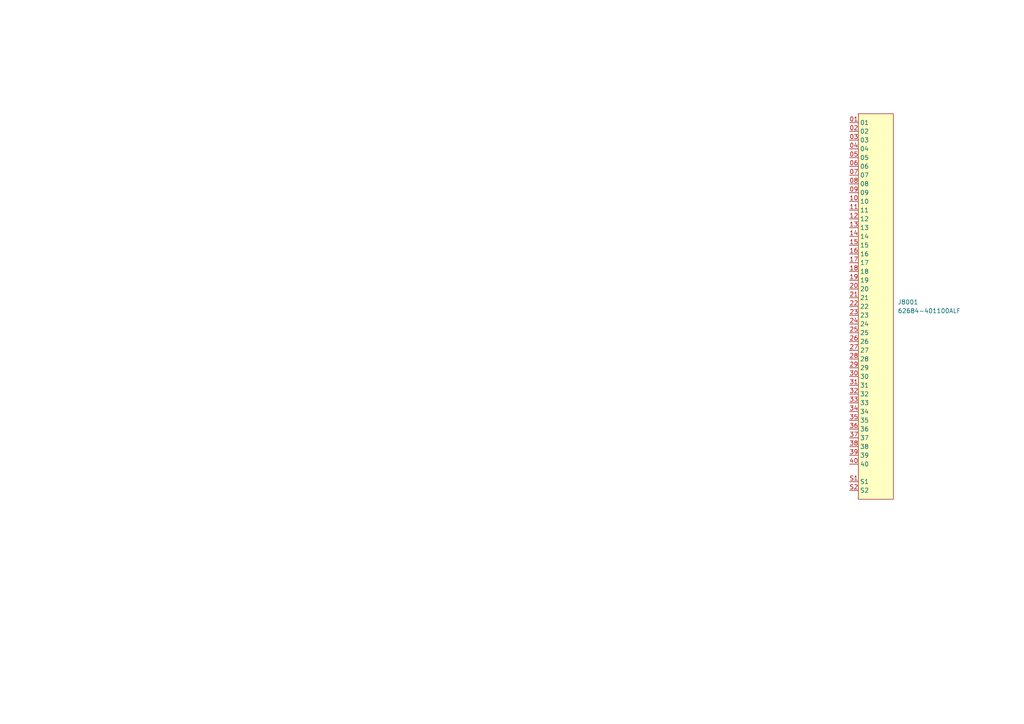
<source format=kicad_sch>
(kicad_sch (version 20231120) (generator "eeschema") (generator_version "8.0")
  (paper "A4")
  (lib_symbols
    (symbol "bt_connector:62684-401100ALF"
      (property "Reference" "J" (at 6.604 3.81 0))
      (property "Value" "62684-401100ALF" (at -0.762 5.842 0))
      (symbol "62684-401100ALF_0_0"
        (pin passive line (at 0 0 0) (length 2.54) (name "01") (number "01"))
        (pin passive line (at 0 -2.54 0) (length 2.54) (name "02") (number "02"))
        (pin passive line (at 0 -5.08 0) (length 2.54) (name "03") (number "03"))
        (pin passive line (at 0 -7.62 0) (length 2.54) (name "04") (number "04"))
        (pin passive line (at 0 -10.16 0) (length 2.54) (name "05") (number "05"))
        (pin passive line (at 0 -12.7 0) (length 2.54) (name "06") (number "06"))
        (pin passive line (at 0 -15.24 0) (length 2.54) (name "07") (number "07"))
        (pin passive line (at 0 -17.78 0) (length 2.54) (name "08") (number "08"))
        (pin passive line (at 0 -20.32 0) (length 2.54) (name "09") (number "09"))
        (pin passive line (at 0 -22.86 0) (length 2.54) (name "10") (number "10"))
        (pin passive line (at 0 -25.4 0) (length 2.54) (name "11") (number "11"))
        (pin passive line (at 0 -27.94 0) (length 2.54) (name "12") (number "12"))
        (pin passive line (at 0 -30.48 0) (length 2.54) (name "13") (number "13"))
        (pin passive line (at 0 -33.02 0) (length 2.54) (name "14") (number "14"))
        (pin passive line (at 0 -35.56 0) (length 2.54) (name "15") (number "15"))
        (pin passive line (at 0 -38.1 0) (length 2.54) (name "16") (number "16"))
        (pin passive line (at 0 -40.64 0) (length 2.54) (name "17") (number "17"))
        (pin passive line (at 0 -43.18 0) (length 2.54) (name "18") (number "18"))
        (pin passive line (at 0 -45.72 0) (length 2.54) (name "19") (number "19"))
        (pin passive line (at 0 -48.26 0) (length 2.54) (name "20") (number "20"))
        (pin passive line (at 0 -50.8 0) (length 2.54) (name "21") (number "21"))
        (pin passive line (at 0 -53.34 0) (length 2.54) (name "22") (number "22"))
        (pin passive line (at 0 -55.88 0) (length 2.54) (name "23") (number "23"))
        (pin passive line (at 0 -58.42 0) (length 2.54) (name "24") (number "24"))
        (pin passive line (at 0 -60.96 0) (length 2.54) (name "25") (number "25"))
        (pin passive line (at 0 -63.5 0) (length 2.54) (name "26") (number "26"))
        (pin passive line (at 0 -66.04 0) (length 2.54) (name "27") (number "27"))
        (pin passive line (at 0 -68.58 0) (length 2.54) (name "28") (number "28"))
        (pin passive line (at 0 -71.12 0) (length 2.54) (name "29") (number "29"))
        (pin passive line (at 0 -73.66 0) (length 2.54) (name "30") (number "30"))
        (pin passive line (at 0 -76.2 0) (length 2.54) (name "31") (number "31"))
        (pin passive line (at 0 -78.74 0) (length 2.54) (name "32") (number "32"))
        (pin passive line (at 0 -81.28 0) (length 2.54) (name "33") (number "33"))
        (pin passive line (at 0 -83.82 0) (length 2.54) (name "34") (number "34"))
        (pin passive line (at 0 -86.36 0) (length 2.54) (name "35") (number "35"))
        (pin passive line (at 0 -88.9 0) (length 2.54) (name "36") (number "36"))
        (pin passive line (at 0 -91.44 0) (length 2.54) (name "37") (number "37"))
        (pin passive line (at 0 -93.98 0) (length 2.54) (name "38") (number "38"))
        (pin passive line (at 0 -96.52 0) (length 2.54) (name "39") (number "39"))
        (pin passive line (at 0 -99.06 0) (length 2.54) (name "40") (number "40"))
        (pin passive line (at 0 -104.14 0) (length 2.54) (name "S1") (number "S1"))
        (pin passive line (at 0 -106.68 0) (length 2.54) (name "S2") (number "S2"))
      )
      (symbol "62684-401100ALF_0_1"
        (rectangle (start 2.54 2.54) (end 12.7 -109.22) (fill (type background)))
      )
    )
  )
  (symbol (lib_id "bt_connector:62684-401100ALF") (at 246.38 35.56 0) (unit 1)
    (property "Reference" "J8001" (at 260.35 87.6299 0) (effects (justify left)))
    (property "Value" "62684-401100ALF" (at 260.35 90.1699 0) (effects (justify left)))
    (property "Footprint" "bt_footprints:62684-401100ALF" (effects (hide yes)))
    (property "CPN" "BT10002-00001" (effects (hide yes)))
    (property "MPN" "62684-401100ALF" (effects (hide yes)))
  )
)
</source>
